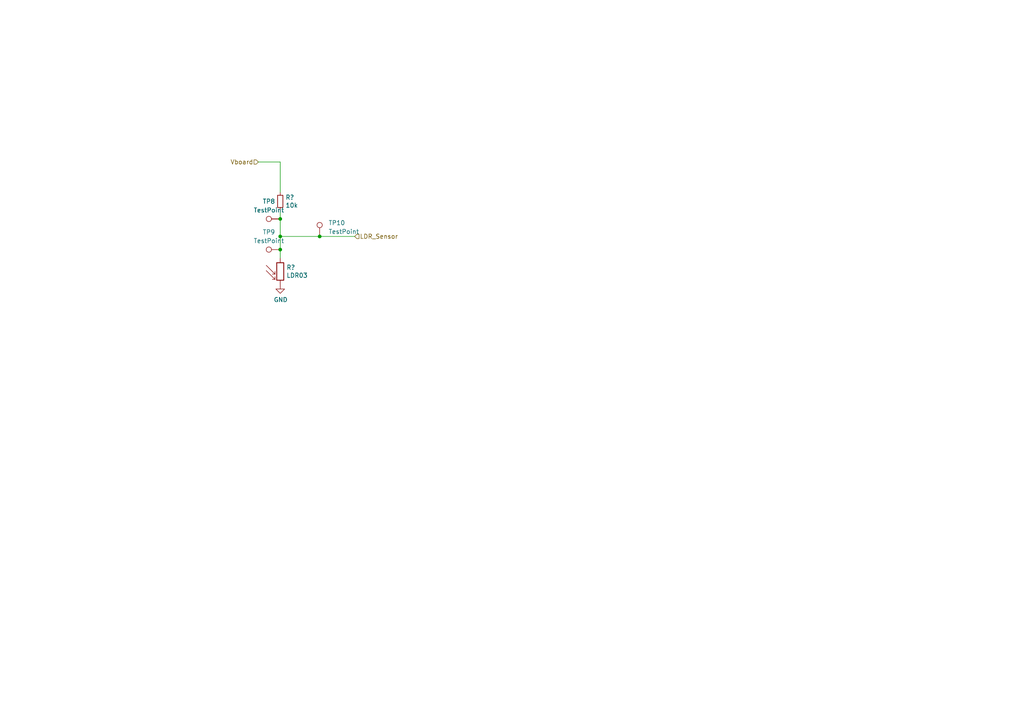
<source format=kicad_sch>
(kicad_sch (version 20230121) (generator eeschema)
  (paper "A4")
  (title_block (title "Analogue Sensor") (date "2023-03-04") (rev "Rev1") (company "UCT") (comment 1 "EEE3088F"))
  (lib_symbols
    (symbol "Connector:TestPoint" (pin_numbers hide) (pin_names (offset 0.762) hide)
      (property "Reference" "TP" (at 0 6.858 0))
      (property "Value" "TestPoint" (at 0 5.08 0))
      (symbol "TestPoint_0_1"
        (circle (center 0 3.302) (radius 0.762))
      )
      (symbol "TestPoint_1_1"
        (pin passive line (at 0 0 90) (length 2.54) (name "1") (number "1"))
      )
    )
    (symbol "Device:R_Small" (pin_numbers hide) (pin_names (offset 0.254) hide)
      (property "Reference" "R" (at 0.762 0.508 0))
      (property "Value" "R_Small" (at 0.762 -1.016 0))
      (symbol "R_Small_0_1"
        (rectangle (start -0.762 1.778) (end 0.762 -1.778) (stroke (width 0.2032)))
      )
      (symbol "R_Small_1_1"
        (pin passive line (at 0 2.54 270) (length 0.762) (name "~") (number "1"))
        (pin passive line (at 0 -2.54 90) (length 0.762) (name "~") (number "2"))
      )
    )
    (symbol "Sensor_Optical:LDR03" (pin_numbers hide) (pin_names (offset 0))
      (property "Reference" "R" (at -5.08 0 90))
      (property "Value" "LDR03" (at 1.905 0 90))
      (symbol "LDR03_0_1"
        (rectangle (start -1.016 2.54) (end 1.016 -2.54) (stroke (width 0.254)))
        (polyline (pts (xy -1.524 -2.286) (xy -4.064 0.254)))
        (polyline (pts (xy -1.524 -2.286) (xy -2.286 -2.286)))
        (polyline (pts (xy -1.524 -2.286) (xy -1.524 -1.524)))
        (polyline (pts (xy -1.524 -0.762) (xy -4.064 1.778)))
        (polyline (pts (xy -1.524 -0.762) (xy -2.286 -0.762)))
        (polyline (pts (xy -1.524 -0.762) (xy -1.524 0)))
      )
      (symbol "LDR03_1_1"
        (pin passive line (at 0 3.81 270) (length 1.27) (name "~") (number "1"))
        (pin passive line (at 0 -3.81 90) (length 1.27) (name "~") (number "2"))
      )
    )
    (symbol "power:GND" (power) (pin_names (offset 0))
      (property "Value" "GND" (at 0 -3.81 0))
      (symbol "GND_0_1"
        (polyline (pts (xy 0 0) (xy 0 -1.27) (xy 1.27 -1.27) (xy 0 -2.54) (xy -1.27 -1.27) (xy 0 -1.27)))
      )
      (symbol "GND_1_1"
        (pin power_in line (at 0 0 270) (length 0) hide (name "GND") (number "1"))
      )
    )
  )
  (junction (at 81.28 68.58))
  (junction (at 92.71 68.58))
  (junction (at 81.28 72.39))
  (junction (at 81.28 63.5))
  (wire (pts (xy 81.28 60.96) (xy 81.28 63.5)))
  (wire (pts (xy 81.28 46.99) (xy 81.28 55.88)))
  (wire (pts (xy 81.28 72.39) (xy 81.28 74.93)))
  (wire (pts (xy 92.71 68.58) (xy 102.87 68.58)))
  (wire (pts (xy 74.93 46.99) (xy 81.28 46.99)))
  (wire (pts (xy 81.28 68.58) (xy 92.71 68.58)))
  (wire (pts (xy 81.28 68.58) (xy 81.28 72.39)))
  (wire (pts (xy 81.28 63.5) (xy 81.28 68.58)))
  (hierarchical_label "LDR_Sensor" (shape input) (at 102.87 68.58 0))
  (hierarchical_label "Vboard" (shape input) (at 74.93 46.99 180))
  (symbol (lib_id "Device:R_Small") (at 81.28 58.42 0) (unit 1)
    (property "Reference" "R?" (at 82.7786 57.2516 0) (effects (justify left)))
    (property "Value" "10k" (at 82.7786 59.563 0) (effects (justify left)))
    (property "Footprint" "Resistor_SMD:R_0201_0603Metric" (effects hide))
    (property "Populate" "Yes" (effects hide))
    (property "Price" "0.0017" (effects hide))
    (property "Price ( 1 board)" "0.0017" (effects hide))
    (property "Price (5 boards)" "0.0085" (effects hide))
    (property "JLCPCB Part #" "C25804" (effects hide))
    (instances (project "Sensors" (path "" (reference "R?") (unit 1))) (project "FullSchematic" (path "" (reference "R11") (unit 1))))
  )
  (symbol (lib_id "Sensor_Optical:LDR03") (at 81.28 78.74 0) (unit 1)
    (property "Reference" "R?" (at 83.058 77.5716 0) (effects (justify left)))
    (property "Value" "LDR03" (at 83.058 79.883 0) (effects (justify left)))
    (property "Footprint" "OptoDevice:R_LDR_5.0x4.1mm_P3mm_Vertical" (effects hide))
    (property "Datasheet" "http://www.elektronica-componenten.nl/WebRoot/StoreNL/Shops/61422969/54F1/BA0C/C664/31B9/2173/C0A8/2AB9/2AEF/LDR03IMP.pdf" (effects hide))
    (property "Populate" "Yes" (effects hide))
    (property "Price" "0.04" (effects hide))
    (property "Price ( 1 board)" "0.04" (effects hide))
    (property "Price (5 boards)" "0.2" (effects hide))
    (property "JLCPCB Part #" "C125627" (effects hide))
    (instances (project "Sensors" (path "" (reference "R?") (unit 1))) (project "FullSchematic" (path "" (reference "R12") (unit 1))))
  )
  (symbol (lib_id "power:GND") (at 81.28 82.55 0) (unit 1)
    (property "Reference" "#PWR?" (effects hide))
    (property "Value" "GND" (at 81.407 86.9442 0))
    (instances (project "Sensors" (path "" (reference "#PWR?") (unit 1))) (project "FullSchematic" (path "" (reference "#PWR0105") (unit 1))))
  )
  (symbol (lib_id "Connector:TestPoint") (at 81.28 63.5 90) (unit 1)
    (property "Reference" "TP8" (at 77.978 58.42 90))
    (property "Value" "TestPoint" (at 77.978 60.96 90))
    (property "Footprint" "TestPoint:TestPoint_Pad_D2.0mm" (effects hide))
    (property "Price" "$0" (effects hide))
    (property "Price ( 1 board)" "0" (effects hide))
    (property "Price (5 boards)" "0" (effects hide))
  )
  (symbol (lib_id "Connector:TestPoint") (at 81.28 72.39 90) (unit 1)
    (property "Reference" "TP9" (at 77.978 67.31 90))
    (property "Value" "TestPoint" (at 77.978 69.85 90))
    (property "Footprint" "TestPoint:TestPoint_Pad_D2.0mm" (effects hide))
    (property "Price" "$0" (effects hide))
    (property "Price ( 1 board)" "0" (effects hide))
    (property "Price (5 boards)" "0" (effects hide))
  )
  (symbol (lib_id "Connector:TestPoint") (at 92.71 68.58 0) (unit 1)
    (property "Reference" "TP10" (at 95.25 64.643 0) (effects (justify left)))
    (property "Value" "TestPoint" (at 95.25 67.183 0) (effects (justify left)))
    (property "Footprint" "TestPoint:TestPoint_Pad_D2.0mm" (effects hide))
    (property "Price" "$0" (effects hide))
    (property "Price ( 1 board)" "0" (effects hide))
    (property "Price (5 boards)" "0" (effects hide))
  )
)
</source>
